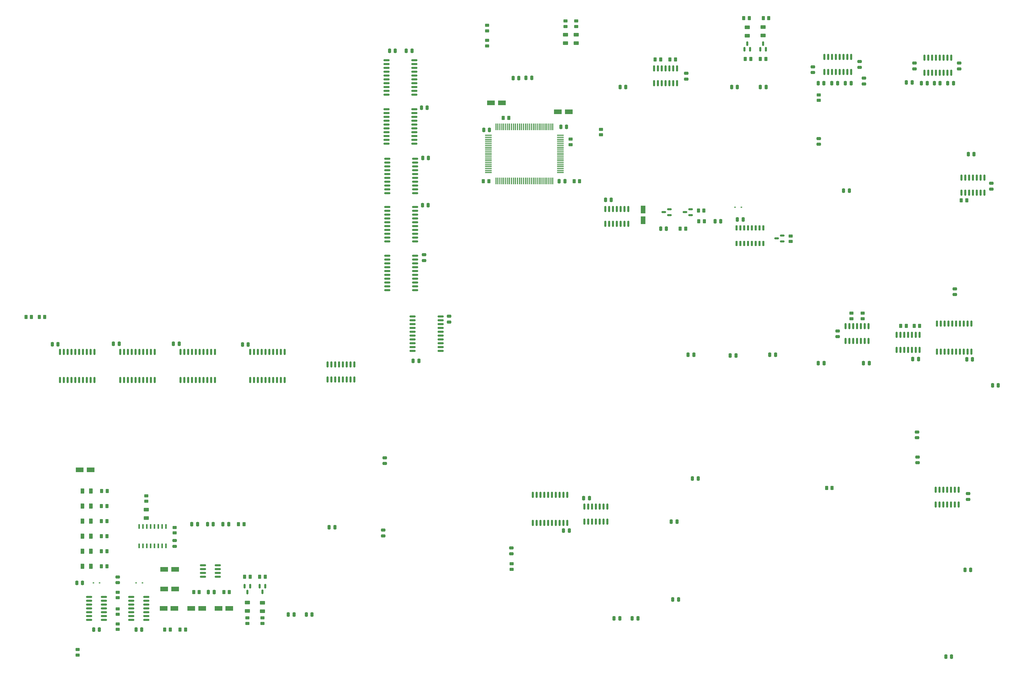
<source format=gtp>
G04 #@! TF.GenerationSoftware,KiCad,Pcbnew,(6.0.11)*
G04 #@! TF.CreationDate,2023-02-05T13:30:17+00:00*
G04 #@! TF.ProjectId,yddraig030,79646472-6169-4673-9033-302e6b696361,rev?*
G04 #@! TF.SameCoordinates,Original*
G04 #@! TF.FileFunction,Paste,Top*
G04 #@! TF.FilePolarity,Positive*
%FSLAX46Y46*%
G04 Gerber Fmt 4.6, Leading zero omitted, Abs format (unit mm)*
G04 Created by KiCad (PCBNEW (6.0.11)) date 2023-02-05 13:30:17*
%MOMM*%
%LPD*%
G01*
G04 APERTURE LIST*
G04 Aperture macros list*
%AMRoundRect*
0 Rectangle with rounded corners*
0 $1 Rounding radius*
0 $2 $3 $4 $5 $6 $7 $8 $9 X,Y pos of 4 corners*
0 Add a 4 corners polygon primitive as box body*
4,1,4,$2,$3,$4,$5,$6,$7,$8,$9,$2,$3,0*
0 Add four circle primitives for the rounded corners*
1,1,$1+$1,$2,$3*
1,1,$1+$1,$4,$5*
1,1,$1+$1,$6,$7*
1,1,$1+$1,$8,$9*
0 Add four rect primitives between the rounded corners*
20,1,$1+$1,$2,$3,$4,$5,0*
20,1,$1+$1,$4,$5,$6,$7,0*
20,1,$1+$1,$6,$7,$8,$9,0*
20,1,$1+$1,$8,$9,$2,$3,0*%
G04 Aperture macros list end*
%ADD10RoundRect,0.137500X0.137500X-0.662500X0.137500X0.662500X-0.137500X0.662500X-0.137500X-0.662500X0*%
%ADD11RoundRect,0.250000X-0.250000X-0.475000X0.250000X-0.475000X0.250000X0.475000X-0.250000X0.475000X0*%
%ADD12RoundRect,0.250000X0.450000X-0.262500X0.450000X0.262500X-0.450000X0.262500X-0.450000X-0.262500X0*%
%ADD13RoundRect,0.150000X0.587500X0.150000X-0.587500X0.150000X-0.587500X-0.150000X0.587500X-0.150000X0*%
%ADD14RoundRect,0.250000X0.625000X-0.375000X0.625000X0.375000X-0.625000X0.375000X-0.625000X-0.375000X0*%
%ADD15RoundRect,0.250000X0.375000X0.625000X-0.375000X0.625000X-0.375000X-0.625000X0.375000X-0.625000X0*%
%ADD16RoundRect,0.250000X-0.625000X0.375000X-0.625000X-0.375000X0.625000X-0.375000X0.625000X0.375000X0*%
%ADD17RoundRect,0.250000X-1.050000X-0.550000X1.050000X-0.550000X1.050000X0.550000X-1.050000X0.550000X0*%
%ADD18RoundRect,0.250000X-0.475000X0.250000X-0.475000X-0.250000X0.475000X-0.250000X0.475000X0.250000X0*%
%ADD19RoundRect,0.250000X0.250000X0.475000X-0.250000X0.475000X-0.250000X-0.475000X0.250000X-0.475000X0*%
%ADD20RoundRect,0.150000X0.150000X-0.875000X0.150000X0.875000X-0.150000X0.875000X-0.150000X-0.875000X0*%
%ADD21RoundRect,0.250000X-0.262500X-0.450000X0.262500X-0.450000X0.262500X0.450000X-0.262500X0.450000X0*%
%ADD22RoundRect,0.150000X0.875000X0.150000X-0.875000X0.150000X-0.875000X-0.150000X0.875000X-0.150000X0*%
%ADD23RoundRect,0.150000X-0.150000X0.825000X-0.150000X-0.825000X0.150000X-0.825000X0.150000X0.825000X0*%
%ADD24RoundRect,0.250000X0.475000X-0.250000X0.475000X0.250000X-0.475000X0.250000X-0.475000X-0.250000X0*%
%ADD25RoundRect,0.150000X0.150000X-0.825000X0.150000X0.825000X-0.150000X0.825000X-0.150000X-0.825000X0*%
%ADD26RoundRect,0.150000X-0.875000X-0.150000X0.875000X-0.150000X0.875000X0.150000X-0.875000X0.150000X0*%
%ADD27RoundRect,0.250000X-0.450000X0.262500X-0.450000X-0.262500X0.450000X-0.262500X0.450000X0.262500X0*%
%ADD28RoundRect,0.150000X-0.150000X0.587500X-0.150000X-0.587500X0.150000X-0.587500X0.150000X0.587500X0*%
%ADD29RoundRect,0.250000X0.262500X0.450000X-0.262500X0.450000X-0.262500X-0.450000X0.262500X-0.450000X0*%
%ADD30RoundRect,0.150000X-0.825000X-0.150000X0.825000X-0.150000X0.825000X0.150000X-0.825000X0.150000X0*%
%ADD31RoundRect,0.150000X-0.150000X0.875000X-0.150000X-0.875000X0.150000X-0.875000X0.150000X0.875000X0*%
%ADD32RoundRect,0.150000X-0.150000X0.725000X-0.150000X-0.725000X0.150000X-0.725000X0.150000X0.725000X0*%
%ADD33R,0.350000X2.200000*%
%ADD34R,2.200000X0.350000*%
%ADD35R,0.600000X0.450000*%
%ADD36RoundRect,0.150000X0.150000X-0.587500X0.150000X0.587500X-0.150000X0.587500X-0.150000X-0.587500X0*%
%ADD37RoundRect,0.250000X-0.550000X1.050000X-0.550000X-1.050000X0.550000X-1.050000X0.550000X1.050000X0*%
G04 APERTURE END LIST*
D10*
X72055000Y-208250000D03*
X73325000Y-208250000D03*
X74595000Y-208250000D03*
X75865000Y-208250000D03*
X77135000Y-208250000D03*
X78405000Y-208250000D03*
X79675000Y-208250000D03*
X80945000Y-208250000D03*
X80945000Y-201750000D03*
X79675000Y-201750000D03*
X78405000Y-201750000D03*
X77135000Y-201750000D03*
X75865000Y-201750000D03*
X74595000Y-201750000D03*
X73325000Y-201750000D03*
X72055000Y-201750000D03*
D11*
X270500000Y-99900000D03*
X272400000Y-99900000D03*
D12*
X108000000Y-233912500D03*
X108000000Y-232087500D03*
D13*
X247977500Y-98450000D03*
X247977500Y-96550000D03*
X246102500Y-97500000D03*
D11*
X263100000Y-100500000D03*
X265000000Y-100500000D03*
D14*
X113000000Y-229900000D03*
X113000000Y-227100000D03*
D15*
X56087500Y-215000000D03*
X53287500Y-215000000D03*
D12*
X213500000Y-35912500D03*
X213500000Y-34087500D03*
D16*
X74500000Y-196200000D03*
X74500000Y-199000000D03*
D17*
X80200000Y-229000000D03*
X83800000Y-229000000D03*
D11*
X231600000Y-56000000D03*
X233500000Y-56000000D03*
D18*
X311000000Y-47550000D03*
X311000000Y-49450000D03*
D19*
X342150000Y-54750000D03*
X340250000Y-54750000D03*
D20*
X65785000Y-153150000D03*
X67055000Y-153150000D03*
X68325000Y-153150000D03*
X69595000Y-153150000D03*
X70865000Y-153150000D03*
X72135000Y-153150000D03*
X73405000Y-153150000D03*
X74675000Y-153150000D03*
X75945000Y-153150000D03*
X77215000Y-153150000D03*
X77215000Y-143850000D03*
X75945000Y-143850000D03*
X74675000Y-143850000D03*
X73405000Y-143850000D03*
X72135000Y-143850000D03*
X70865000Y-143850000D03*
X69595000Y-143850000D03*
X68325000Y-143850000D03*
X67055000Y-143850000D03*
X65785000Y-143850000D03*
D18*
X166600000Y-111650000D03*
X166600000Y-113550000D03*
D21*
X243215000Y-46850000D03*
X245040000Y-46850000D03*
D18*
X330200000Y-178748000D03*
X330200000Y-180648000D03*
D11*
X83450000Y-141150000D03*
X85350000Y-141150000D03*
D22*
X163650000Y-107215000D03*
X163650000Y-105945000D03*
X163650000Y-104675000D03*
X163650000Y-103405000D03*
X163650000Y-102135000D03*
X163650000Y-100865000D03*
X163650000Y-99595000D03*
X163650000Y-98325000D03*
X163650000Y-97055000D03*
X163650000Y-95785000D03*
X154350000Y-95785000D03*
X154350000Y-97055000D03*
X154350000Y-98325000D03*
X154350000Y-99595000D03*
X154350000Y-100865000D03*
X154350000Y-102135000D03*
X154350000Y-103405000D03*
X154350000Y-104675000D03*
X154350000Y-105945000D03*
X154350000Y-107215000D03*
D20*
X45840000Y-153187500D03*
X47110000Y-153187500D03*
X48380000Y-153187500D03*
X49650000Y-153187500D03*
X50920000Y-153187500D03*
X52190000Y-153187500D03*
X53460000Y-153187500D03*
X54730000Y-153187500D03*
X56000000Y-153187500D03*
X57270000Y-153187500D03*
X57270000Y-143887500D03*
X56000000Y-143887500D03*
X54730000Y-143887500D03*
X53460000Y-143887500D03*
X52190000Y-143887500D03*
X50920000Y-143887500D03*
X49650000Y-143887500D03*
X48380000Y-143887500D03*
X47110000Y-143887500D03*
X45840000Y-143887500D03*
D11*
X268600000Y-56000000D03*
X270500000Y-56000000D03*
X211400000Y-87200000D03*
X213300000Y-87200000D03*
D23*
X314020000Y-135300000D03*
X312750000Y-135300000D03*
X311480000Y-135300000D03*
X310210000Y-135300000D03*
X308940000Y-135300000D03*
X307670000Y-135300000D03*
X306400000Y-135300000D03*
X306400000Y-140250000D03*
X307670000Y-140250000D03*
X308940000Y-140250000D03*
X310210000Y-140250000D03*
X311480000Y-140250000D03*
X312750000Y-140250000D03*
X314020000Y-140250000D03*
D11*
X211950000Y-69200000D03*
X213850000Y-69200000D03*
D24*
X153500000Y-180900000D03*
X153500000Y-179000000D03*
D21*
X278087500Y-46650000D03*
X279912500Y-46650000D03*
D25*
X242820000Y-54750000D03*
X244090000Y-54750000D03*
X245360000Y-54750000D03*
X246630000Y-54750000D03*
X247900000Y-54750000D03*
X249170000Y-54750000D03*
X250440000Y-54750000D03*
X250440000Y-49800000D03*
X249170000Y-49800000D03*
X247900000Y-49800000D03*
X246630000Y-49800000D03*
X245360000Y-49800000D03*
X244090000Y-49800000D03*
X242820000Y-49800000D03*
D26*
X162750000Y-132135000D03*
X162750000Y-133405000D03*
X162750000Y-134675000D03*
X162750000Y-135945000D03*
X162750000Y-137215000D03*
X162750000Y-138485000D03*
X162750000Y-139755000D03*
X162750000Y-141025000D03*
X162750000Y-142295000D03*
X162750000Y-143565000D03*
X172050000Y-143565000D03*
X172050000Y-142295000D03*
X172050000Y-141025000D03*
X172050000Y-139755000D03*
X172050000Y-138485000D03*
X172050000Y-137215000D03*
X172050000Y-135945000D03*
X172050000Y-134675000D03*
X172050000Y-133405000D03*
X172050000Y-132135000D03*
D12*
X217000000Y-35912500D03*
X217000000Y-34087500D03*
D21*
X112087500Y-218500000D03*
X113912500Y-218500000D03*
D11*
X166050000Y-95175000D03*
X167950000Y-95175000D03*
D27*
X312050000Y-131000000D03*
X312050000Y-132825000D03*
D19*
X198000000Y-53000000D03*
X196100000Y-53000000D03*
D18*
X253540000Y-51450000D03*
X253540000Y-53350000D03*
D11*
X281244000Y-144780000D03*
X283144000Y-144780000D03*
D28*
X108950000Y-221625000D03*
X107050000Y-221625000D03*
X108000000Y-223500000D03*
D27*
X83865000Y-202100000D03*
X83865000Y-203925000D03*
D24*
X329250000Y-49950000D03*
X329250000Y-48050000D03*
D11*
X165700000Y-62850000D03*
X167600000Y-62850000D03*
D21*
X59587500Y-195000000D03*
X61412500Y-195000000D03*
D11*
X160666000Y-44000000D03*
X162566000Y-44000000D03*
D27*
X215162500Y-73275000D03*
X215162500Y-75100000D03*
D25*
X134555000Y-152975000D03*
X135825000Y-152975000D03*
X137095000Y-152975000D03*
X138365000Y-152975000D03*
X139635000Y-152975000D03*
X140905000Y-152975000D03*
X142175000Y-152975000D03*
X143445000Y-152975000D03*
X143445000Y-148025000D03*
X142175000Y-148025000D03*
X140905000Y-148025000D03*
X139635000Y-148025000D03*
X138365000Y-148025000D03*
X137095000Y-148025000D03*
X135825000Y-148025000D03*
X134555000Y-148025000D03*
D11*
X226750000Y-93400000D03*
X228650000Y-93400000D03*
D22*
X163396000Y-58515000D03*
X163396000Y-57245000D03*
X163396000Y-55975000D03*
X163396000Y-54705000D03*
X163396000Y-53435000D03*
X163396000Y-52165000D03*
X163396000Y-50895000D03*
X163396000Y-49625000D03*
X163396000Y-48355000D03*
X163396000Y-47085000D03*
X154096000Y-47085000D03*
X154096000Y-48355000D03*
X154096000Y-49625000D03*
X154096000Y-50895000D03*
X154096000Y-52165000D03*
X154096000Y-53435000D03*
X154096000Y-54705000D03*
X154096000Y-55975000D03*
X154096000Y-57245000D03*
X154096000Y-58515000D03*
D12*
X195600000Y-216000000D03*
X195600000Y-214175000D03*
D29*
X301912500Y-189000000D03*
X300087500Y-189000000D03*
D21*
X273087500Y-46650000D03*
X274912500Y-46650000D03*
D11*
X43300000Y-141300000D03*
X45200000Y-141300000D03*
X331550000Y-54750000D03*
X333450000Y-54750000D03*
D19*
X237500000Y-232250000D03*
X235600000Y-232250000D03*
D21*
X272587500Y-33150000D03*
X274412500Y-33150000D03*
D11*
X335800000Y-54750000D03*
X337700000Y-54750000D03*
D19*
X246950000Y-103000000D03*
X245050000Y-103000000D03*
D11*
X297312000Y-147574000D03*
X299212000Y-147574000D03*
D21*
X329100000Y-135200000D03*
X330925000Y-135200000D03*
D19*
X357000000Y-155000000D03*
X355100000Y-155000000D03*
D18*
X174900000Y-132050000D03*
X174900000Y-133950000D03*
D30*
X93221000Y-214630000D03*
X93221000Y-215900000D03*
X93221000Y-217170000D03*
X93221000Y-218440000D03*
X98171000Y-218440000D03*
X98171000Y-217170000D03*
X98171000Y-215900000D03*
X98171000Y-214630000D03*
D17*
X89400000Y-229000000D03*
X93000000Y-229000000D03*
D31*
X348115000Y-134450000D03*
X346845000Y-134450000D03*
X345575000Y-134450000D03*
X344305000Y-134450000D03*
X343035000Y-134450000D03*
X341765000Y-134450000D03*
X340495000Y-134450000D03*
X339225000Y-134450000D03*
X337955000Y-134450000D03*
X336685000Y-134450000D03*
X336685000Y-143750000D03*
X337955000Y-143750000D03*
X339225000Y-143750000D03*
X340495000Y-143750000D03*
X341765000Y-143750000D03*
X343035000Y-143750000D03*
X344305000Y-143750000D03*
X345575000Y-143750000D03*
X346845000Y-143750000D03*
X348115000Y-143750000D03*
D15*
X56087500Y-205000000D03*
X53287500Y-205000000D03*
D19*
X348950000Y-78250000D03*
X347050000Y-78250000D03*
D21*
X107087500Y-218500000D03*
X108912500Y-218500000D03*
X38955900Y-132257800D03*
X40780900Y-132257800D03*
D24*
X303756250Y-138787500D03*
X303756250Y-136887500D03*
D21*
X85675000Y-236000000D03*
X87500000Y-236000000D03*
X59587500Y-210000000D03*
X61412500Y-210000000D03*
D19*
X257500000Y-185900000D03*
X255600000Y-185900000D03*
D15*
X56087500Y-195000000D03*
X53287500Y-195000000D03*
D18*
X65000000Y-218550000D03*
X65000000Y-220450000D03*
D13*
X254977500Y-98450000D03*
X254977500Y-96550000D03*
X253102500Y-97500000D03*
D29*
X253325000Y-103000000D03*
X251500000Y-103000000D03*
D21*
X59675000Y-190000000D03*
X61500000Y-190000000D03*
X59587500Y-215000000D03*
X61412500Y-215000000D03*
D22*
X163396000Y-74771000D03*
X163396000Y-73501000D03*
X163396000Y-72231000D03*
X163396000Y-70961000D03*
X163396000Y-69691000D03*
X163396000Y-68421000D03*
X163396000Y-67151000D03*
X163396000Y-65881000D03*
X163396000Y-64611000D03*
X163396000Y-63341000D03*
X154096000Y-63341000D03*
X154096000Y-64611000D03*
X154096000Y-65881000D03*
X154096000Y-67151000D03*
X154096000Y-68421000D03*
X154096000Y-69691000D03*
X154096000Y-70961000D03*
X154096000Y-72231000D03*
X154096000Y-73501000D03*
X154096000Y-74771000D03*
D11*
X95050000Y-223500000D03*
X96950000Y-223500000D03*
D19*
X202300000Y-52950000D03*
X200400000Y-52950000D03*
X348450000Y-146350000D03*
X346550000Y-146350000D03*
D11*
X345948000Y-216154000D03*
X347848000Y-216154000D03*
D21*
X192837500Y-66250000D03*
X194662500Y-66250000D03*
D24*
X295550000Y-51200000D03*
X295550000Y-49300000D03*
D21*
X90175000Y-223500000D03*
X92000000Y-223500000D03*
D11*
X297300000Y-54750000D03*
X299200000Y-54750000D03*
X63550000Y-141200000D03*
X65450000Y-141200000D03*
D21*
X257675000Y-100500000D03*
X259500000Y-100500000D03*
D17*
X80400000Y-222500000D03*
X84000000Y-222500000D03*
D19*
X341500000Y-245000000D03*
X339600000Y-245000000D03*
D21*
X257587500Y-97000000D03*
X259412500Y-97000000D03*
D19*
X330550000Y-146200000D03*
X328650000Y-146200000D03*
D12*
X51650000Y-244450000D03*
X51650000Y-242625000D03*
D32*
X279090000Y-102700000D03*
X277820000Y-102700000D03*
X276550000Y-102700000D03*
X275280000Y-102700000D03*
X274010000Y-102700000D03*
X272740000Y-102700000D03*
X271470000Y-102700000D03*
X270200000Y-102700000D03*
X270200000Y-107850000D03*
X271470000Y-107850000D03*
X272740000Y-107850000D03*
X274010000Y-107850000D03*
X275280000Y-107850000D03*
X276550000Y-107850000D03*
X277820000Y-107850000D03*
X279090000Y-107850000D03*
D11*
X186350000Y-70200000D03*
X188250000Y-70200000D03*
D17*
X210962500Y-64200000D03*
X214562500Y-64200000D03*
D18*
X354690000Y-87925000D03*
X354690000Y-89825000D03*
D22*
X163650000Y-91215000D03*
X163650000Y-89945000D03*
X163650000Y-88675000D03*
X163650000Y-87405000D03*
X163650000Y-86135000D03*
X163650000Y-84865000D03*
X163650000Y-83595000D03*
X163650000Y-82325000D03*
X163650000Y-81055000D03*
X163650000Y-79785000D03*
X154350000Y-79785000D03*
X154350000Y-81055000D03*
X154350000Y-82325000D03*
X154350000Y-83595000D03*
X154350000Y-84865000D03*
X154350000Y-86135000D03*
X154350000Y-87405000D03*
X154350000Y-88675000D03*
X154350000Y-89945000D03*
X154350000Y-91215000D03*
D33*
X190425000Y-87165000D03*
X191075000Y-87165000D03*
X191725000Y-87165000D03*
X192375000Y-87165000D03*
X193025000Y-87165000D03*
X193675000Y-87165000D03*
X194325000Y-87165000D03*
X194975000Y-87165000D03*
X195625000Y-87165000D03*
X196275000Y-87165000D03*
X196925000Y-87165000D03*
X197575000Y-87165000D03*
X198225000Y-87165000D03*
X198875000Y-87165000D03*
X199525000Y-87165000D03*
X200175000Y-87165000D03*
X200825000Y-87165000D03*
X201475000Y-87165000D03*
X202125000Y-87165000D03*
X202775000Y-87165000D03*
X203425000Y-87165000D03*
X204075000Y-87165000D03*
X204725000Y-87165000D03*
X205375000Y-87165000D03*
X206025000Y-87165000D03*
X206675000Y-87165000D03*
X207325000Y-87165000D03*
X207975000Y-87165000D03*
X208625000Y-87165000D03*
X209275000Y-87165000D03*
D34*
X211815000Y-84375000D03*
X211815000Y-83725000D03*
X211815000Y-83075000D03*
X211815000Y-82425000D03*
X211815000Y-81775000D03*
X211815000Y-81125000D03*
X211815000Y-80475000D03*
X211815000Y-79825000D03*
X211815000Y-79175000D03*
X211815000Y-78525000D03*
X211815000Y-77875000D03*
X211815000Y-77225000D03*
X211815000Y-76575000D03*
X211815000Y-75925000D03*
X211815000Y-75275000D03*
X211815000Y-74625000D03*
X211815000Y-73975000D03*
X211815000Y-73325000D03*
X211815000Y-72675000D03*
X211815000Y-72025000D03*
D33*
X209275000Y-69235000D03*
X208625000Y-69235000D03*
X207975000Y-69235000D03*
X207325000Y-69235000D03*
X206675000Y-69235000D03*
X206025000Y-69235000D03*
X205375000Y-69235000D03*
X204725000Y-69235000D03*
X204075000Y-69235000D03*
X203425000Y-69235000D03*
X202775000Y-69235000D03*
X202125000Y-69235000D03*
X201475000Y-69235000D03*
X200825000Y-69235000D03*
X200175000Y-69235000D03*
X199525000Y-69235000D03*
X198875000Y-69235000D03*
X198225000Y-69235000D03*
X197575000Y-69235000D03*
X196925000Y-69235000D03*
X196275000Y-69235000D03*
X195625000Y-69235000D03*
X194975000Y-69235000D03*
X194325000Y-69235000D03*
X193675000Y-69235000D03*
X193025000Y-69235000D03*
X192375000Y-69235000D03*
X191725000Y-69235000D03*
X191075000Y-69235000D03*
X190425000Y-69235000D03*
D34*
X187885000Y-72025000D03*
X187885000Y-72675000D03*
X187885000Y-73325000D03*
X187885000Y-73975000D03*
X187885000Y-74625000D03*
X187885000Y-75275000D03*
X187885000Y-75925000D03*
X187885000Y-76575000D03*
X187885000Y-77225000D03*
X187885000Y-77875000D03*
X187885000Y-78525000D03*
X187885000Y-79175000D03*
X187885000Y-79825000D03*
X187885000Y-80475000D03*
X187885000Y-81125000D03*
X187885000Y-81775000D03*
X187885000Y-82425000D03*
X187885000Y-83075000D03*
X187885000Y-83725000D03*
X187885000Y-84375000D03*
D21*
X324687500Y-135200000D03*
X326512500Y-135200000D03*
D27*
X308300000Y-131000000D03*
X308300000Y-132825000D03*
D15*
X56087500Y-190000000D03*
X53287500Y-190000000D03*
D19*
X58900000Y-236000000D03*
X57000000Y-236000000D03*
D28*
X113950000Y-221562500D03*
X112050000Y-221562500D03*
X113000000Y-223437500D03*
D12*
X297500000Y-60412500D03*
X297500000Y-58587500D03*
D18*
X344000000Y-48050000D03*
X344000000Y-49950000D03*
D11*
X106350000Y-141400000D03*
X108250000Y-141400000D03*
D18*
X347000000Y-190900000D03*
X347000000Y-192800000D03*
D12*
X187500000Y-37325000D03*
X187500000Y-35500000D03*
D19*
X101800000Y-201050000D03*
X99900000Y-201050000D03*
D15*
X56087500Y-210000000D03*
X53287500Y-210000000D03*
D27*
X64950000Y-223587500D03*
X64950000Y-225412500D03*
D11*
X155116000Y-44000000D03*
X157016000Y-44000000D03*
D18*
X83865000Y-206475000D03*
X83865000Y-208375000D03*
D24*
X297500000Y-74950000D03*
X297500000Y-73050000D03*
D35*
X56900000Y-220500000D03*
X59000000Y-220500000D03*
D25*
X332555000Y-51225000D03*
X333825000Y-51225000D03*
X335095000Y-51225000D03*
X336365000Y-51225000D03*
X337635000Y-51225000D03*
X338905000Y-51225000D03*
X340175000Y-51225000D03*
X341445000Y-51225000D03*
X341445000Y-46275000D03*
X340175000Y-46275000D03*
X338905000Y-46275000D03*
X337635000Y-46275000D03*
X336365000Y-46275000D03*
X335095000Y-46275000D03*
X333825000Y-46275000D03*
X332555000Y-46275000D03*
D12*
X113000000Y-233912500D03*
X113000000Y-232087500D03*
D11*
X278100000Y-56000000D03*
X280000000Y-56000000D03*
D19*
X250450000Y-200200000D03*
X248550000Y-200200000D03*
D27*
X64950000Y-229087500D03*
X64950000Y-230912500D03*
D25*
X336270000Y-194535000D03*
X337540000Y-194535000D03*
X338810000Y-194535000D03*
X340080000Y-194535000D03*
X341350000Y-194535000D03*
X342620000Y-194535000D03*
X343890000Y-194535000D03*
X343890000Y-189585000D03*
X342620000Y-189585000D03*
X341350000Y-189585000D03*
X340080000Y-189585000D03*
X338810000Y-189585000D03*
X337540000Y-189585000D03*
X336270000Y-189585000D03*
D18*
X195500000Y-208900000D03*
X195500000Y-210800000D03*
D12*
X74500000Y-193412500D03*
X74500000Y-191587500D03*
D21*
X80587500Y-236000000D03*
X82412500Y-236000000D03*
D19*
X308200000Y-54750000D03*
X306300000Y-54750000D03*
D15*
X56087500Y-200000000D03*
X53287500Y-200000000D03*
D19*
X129450000Y-231000000D03*
X127550000Y-231000000D03*
D11*
X51400000Y-220500000D03*
X53300000Y-220500000D03*
D29*
X106850000Y-201050000D03*
X105025000Y-201050000D03*
D21*
X216350000Y-87200000D03*
X218175000Y-87200000D03*
D11*
X166150000Y-79500000D03*
X168050000Y-79500000D03*
D19*
X214725000Y-203100000D03*
X212825000Y-203100000D03*
D25*
X219750000Y-200150000D03*
X221020000Y-200150000D03*
X222290000Y-200150000D03*
X223560000Y-200150000D03*
X224830000Y-200150000D03*
X226100000Y-200150000D03*
X227370000Y-200150000D03*
X227370000Y-195200000D03*
X226100000Y-195200000D03*
X224830000Y-195200000D03*
X223560000Y-195200000D03*
X222290000Y-195200000D03*
X221020000Y-195200000D03*
X219750000Y-195200000D03*
D36*
X272800000Y-43425000D03*
X274700000Y-43425000D03*
X273750000Y-41550000D03*
D11*
X312298000Y-147574000D03*
X314198000Y-147574000D03*
D12*
X187500000Y-42325000D03*
X187500000Y-40500000D03*
D25*
X299305000Y-50975000D03*
X300575000Y-50975000D03*
X301845000Y-50975000D03*
X303115000Y-50975000D03*
X304385000Y-50975000D03*
X305655000Y-50975000D03*
X306925000Y-50975000D03*
X308195000Y-50975000D03*
X308195000Y-46025000D03*
X306925000Y-46025000D03*
X305655000Y-46025000D03*
X304385000Y-46025000D03*
X303115000Y-46025000D03*
X301845000Y-46025000D03*
X300575000Y-46025000D03*
X299305000Y-46025000D03*
D12*
X64950000Y-235912500D03*
X64950000Y-234087500D03*
D19*
X164850000Y-146800000D03*
X162950000Y-146800000D03*
D27*
X288163000Y-105410000D03*
X288163000Y-107235000D03*
D11*
X305700000Y-90400000D03*
X307600000Y-90400000D03*
D31*
X214040000Y-191300000D03*
X212770000Y-191300000D03*
X211500000Y-191300000D03*
X210230000Y-191300000D03*
X208960000Y-191300000D03*
X207690000Y-191300000D03*
X206420000Y-191300000D03*
X205150000Y-191300000D03*
X203880000Y-191300000D03*
X202610000Y-191300000D03*
X202610000Y-200600000D03*
X203880000Y-200600000D03*
X205150000Y-200600000D03*
X206420000Y-200600000D03*
X207690000Y-200600000D03*
X208960000Y-200600000D03*
X210230000Y-200600000D03*
X211500000Y-200600000D03*
X212770000Y-200600000D03*
X214040000Y-200600000D03*
D14*
X108000000Y-229800000D03*
X108000000Y-227000000D03*
D19*
X123450000Y-231000000D03*
X121550000Y-231000000D03*
D29*
X188075000Y-87250000D03*
X186250000Y-87250000D03*
D36*
X278050000Y-43487500D03*
X279950000Y-43487500D03*
X279000000Y-41612500D03*
D17*
X80400000Y-216000000D03*
X84000000Y-216000000D03*
D29*
X346565000Y-93575000D03*
X344740000Y-93575000D03*
D23*
X330910000Y-138225000D03*
X329640000Y-138225000D03*
X328370000Y-138225000D03*
X327100000Y-138225000D03*
X325830000Y-138225000D03*
X324560000Y-138225000D03*
X323290000Y-138225000D03*
X323290000Y-143175000D03*
X324560000Y-143175000D03*
X325830000Y-143175000D03*
X327100000Y-143175000D03*
X328370000Y-143175000D03*
X329640000Y-143175000D03*
X330910000Y-143175000D03*
D19*
X91450000Y-201000000D03*
X89550000Y-201000000D03*
D16*
X273750000Y-36200000D03*
X273750000Y-39000000D03*
D21*
X279087500Y-33150000D03*
X280912500Y-33150000D03*
D11*
X254132000Y-144780000D03*
X256032000Y-144780000D03*
D35*
X269680000Y-95885000D03*
X271780000Y-95885000D03*
X71050000Y-220500000D03*
X73150000Y-220500000D03*
D21*
X59587500Y-200000000D03*
X61412500Y-200000000D03*
D19*
X137000000Y-202000000D03*
X135100000Y-202000000D03*
D20*
X108880000Y-153187500D03*
X110150000Y-153187500D03*
X111420000Y-153187500D03*
X112690000Y-153187500D03*
X113960000Y-153187500D03*
X115230000Y-153187500D03*
X116500000Y-153187500D03*
X117770000Y-153187500D03*
X119040000Y-153187500D03*
X120310000Y-153187500D03*
X120310000Y-143887500D03*
X119040000Y-143887500D03*
X117770000Y-143887500D03*
X116500000Y-143887500D03*
X115230000Y-143887500D03*
X113960000Y-143887500D03*
X112690000Y-143887500D03*
X111420000Y-143887500D03*
X110150000Y-143887500D03*
X108880000Y-143887500D03*
D11*
X301800000Y-54750000D03*
X303700000Y-54750000D03*
D19*
X72950000Y-236000000D03*
X71050000Y-236000000D03*
X96650000Y-201000000D03*
X94750000Y-201000000D03*
D30*
X69475000Y-225190000D03*
X69475000Y-226460000D03*
X69475000Y-227730000D03*
X69475000Y-229000000D03*
X69475000Y-230270000D03*
X69475000Y-231540000D03*
X69475000Y-232810000D03*
X74425000Y-232810000D03*
X74425000Y-231540000D03*
X74425000Y-230270000D03*
X74425000Y-229000000D03*
X74425000Y-227730000D03*
X74425000Y-226460000D03*
X74425000Y-225190000D03*
X55475000Y-225190000D03*
X55475000Y-226460000D03*
X55475000Y-227730000D03*
X55475000Y-229000000D03*
X55475000Y-230270000D03*
X55475000Y-231540000D03*
X55475000Y-232810000D03*
X60425000Y-232810000D03*
X60425000Y-231540000D03*
X60425000Y-230270000D03*
X60425000Y-229000000D03*
X60425000Y-227730000D03*
X60425000Y-226460000D03*
X60425000Y-225190000D03*
D11*
X219500000Y-192400000D03*
X221400000Y-192400000D03*
D18*
X330100000Y-170450000D03*
X330100000Y-172350000D03*
D19*
X250950000Y-226000000D03*
X249050000Y-226000000D03*
D18*
X153000000Y-203000000D03*
X153000000Y-204900000D03*
D14*
X213500000Y-41400000D03*
X213500000Y-38600000D03*
D19*
X231500000Y-232250000D03*
X229600000Y-232250000D03*
D25*
X226660000Y-101375000D03*
X227930000Y-101375000D03*
X229200000Y-101375000D03*
X230470000Y-101375000D03*
X231740000Y-101375000D03*
X233010000Y-101375000D03*
X234280000Y-101375000D03*
X234280000Y-96425000D03*
X233010000Y-96425000D03*
X231740000Y-96425000D03*
X230470000Y-96425000D03*
X229200000Y-96425000D03*
X227930000Y-96425000D03*
X226660000Y-96425000D03*
D26*
X154350000Y-111985000D03*
X154350000Y-113255000D03*
X154350000Y-114525000D03*
X154350000Y-115795000D03*
X154350000Y-117065000D03*
X154350000Y-118335000D03*
X154350000Y-119605000D03*
X154350000Y-120875000D03*
X154350000Y-122145000D03*
X154350000Y-123415000D03*
X163650000Y-123415000D03*
X163650000Y-122145000D03*
X163650000Y-120875000D03*
X163650000Y-119605000D03*
X163650000Y-118335000D03*
X163650000Y-117065000D03*
X163650000Y-115795000D03*
X163650000Y-114525000D03*
X163650000Y-113255000D03*
X163650000Y-111985000D03*
D24*
X312500000Y-54950000D03*
X312500000Y-53050000D03*
D16*
X279000000Y-36100000D03*
X279000000Y-38900000D03*
D14*
X217000000Y-41400000D03*
X217000000Y-38600000D03*
D21*
X100175000Y-223500000D03*
X102000000Y-223500000D03*
X248115000Y-46850000D03*
X249940000Y-46850000D03*
X59587500Y-205000000D03*
X61412500Y-205000000D03*
D17*
X188800000Y-61200000D03*
X192400000Y-61200000D03*
D27*
X225250000Y-70025000D03*
X225250000Y-71850000D03*
D11*
X268102000Y-145034000D03*
X270002000Y-145034000D03*
D17*
X98400000Y-229000000D03*
X102000000Y-229000000D03*
D25*
X344830000Y-91000000D03*
X346100000Y-91000000D03*
X347370000Y-91000000D03*
X348640000Y-91000000D03*
X349910000Y-91000000D03*
X351180000Y-91000000D03*
X352450000Y-91000000D03*
X352450000Y-86050000D03*
X351180000Y-86050000D03*
X349910000Y-86050000D03*
X348640000Y-86050000D03*
X347370000Y-86050000D03*
X346100000Y-86050000D03*
X344830000Y-86050000D03*
D20*
X85785000Y-153150000D03*
X87055000Y-153150000D03*
X88325000Y-153150000D03*
X89595000Y-153150000D03*
X90865000Y-153150000D03*
X92135000Y-153150000D03*
X93405000Y-153150000D03*
X94675000Y-153150000D03*
X95945000Y-153150000D03*
X97215000Y-153150000D03*
X97215000Y-143850000D03*
X95945000Y-143850000D03*
X94675000Y-143850000D03*
X93405000Y-143850000D03*
X92135000Y-143850000D03*
X90865000Y-143850000D03*
X89595000Y-143850000D03*
X88325000Y-143850000D03*
X87055000Y-143850000D03*
X85785000Y-143850000D03*
D11*
X326550000Y-54500000D03*
X328450000Y-54500000D03*
D17*
X52400000Y-183000000D03*
X56000000Y-183000000D03*
D13*
X285389800Y-107172800D03*
X285389800Y-105272800D03*
X283514800Y-106222800D03*
D18*
X342600000Y-122950000D03*
X342600000Y-124850000D03*
D21*
X34545900Y-132257800D03*
X36370900Y-132257800D03*
D37*
X239200000Y-96600000D03*
X239200000Y-100200000D03*
M02*

</source>
